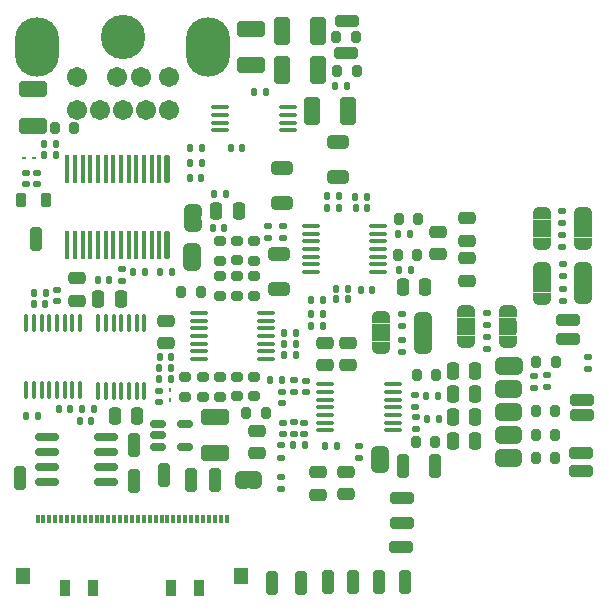
<source format=gbr>
%TF.GenerationSoftware,KiCad,Pcbnew,9.0.0*%
%TF.CreationDate,2025-11-20T17:42:53-08:00*%
%TF.ProjectId,MegaAV_VA1,4d656761-4156-45f5-9641-312e6b696361,rev?*%
%TF.SameCoordinates,Original*%
%TF.FileFunction,Soldermask,Top*%
%TF.FilePolarity,Negative*%
%FSLAX46Y46*%
G04 Gerber Fmt 4.6, Leading zero omitted, Abs format (unit mm)*
G04 Created by KiCad (PCBNEW 9.0.0) date 2025-11-20 17:42:53*
%MOMM*%
%LPD*%
G01*
G04 APERTURE LIST*
G04 Aperture macros list*
%AMRoundRect*
0 Rectangle with rounded corners*
0 $1 Rounding radius*
0 $2 $3 $4 $5 $6 $7 $8 $9 X,Y pos of 4 corners*
0 Add a 4 corners polygon primitive as box body*
4,1,4,$2,$3,$4,$5,$6,$7,$8,$9,$2,$3,0*
0 Add four circle primitives for the rounded corners*
1,1,$1+$1,$2,$3*
1,1,$1+$1,$4,$5*
1,1,$1+$1,$6,$7*
1,1,$1+$1,$8,$9*
0 Add four rect primitives between the rounded corners*
20,1,$1+$1,$2,$3,$4,$5,0*
20,1,$1+$1,$4,$5,$6,$7,0*
20,1,$1+$1,$6,$7,$8,$9,0*
20,1,$1+$1,$8,$9,$2,$3,0*%
%AMFreePoly0*
4,1,23,0.500000,-0.750000,0.000000,-0.750000,0.000000,-0.745722,-0.065263,-0.745722,-0.191342,-0.711940,-0.304381,-0.646677,-0.396677,-0.554381,-0.461940,-0.441342,-0.495722,-0.315263,-0.495722,-0.250000,-0.500000,-0.250000,-0.500000,0.250000,-0.495722,0.250000,-0.495722,0.315263,-0.461940,0.441342,-0.396677,0.554381,-0.304381,0.646677,-0.191342,0.711940,-0.065263,0.745722,0.000000,0.745722,
0.000000,0.750000,0.500000,0.750000,0.500000,-0.750000,0.500000,-0.750000,$1*%
%AMFreePoly1*
4,1,23,0.000000,0.745722,0.065263,0.745722,0.191342,0.711940,0.304381,0.646677,0.396677,0.554381,0.461940,0.441342,0.495722,0.315263,0.495722,0.250000,0.500000,0.250000,0.500000,-0.250000,0.495722,-0.250000,0.495722,-0.315263,0.461940,-0.441342,0.396677,-0.554381,0.304381,-0.646677,0.191342,-0.711940,0.065263,-0.745722,0.000000,-0.745722,0.000000,-0.750000,-0.500000,-0.750000,
-0.500000,0.750000,0.000000,0.750000,0.000000,0.745722,0.000000,0.745722,$1*%
%AMFreePoly2*
4,1,23,0.550000,-0.750000,0.000000,-0.750000,0.000000,-0.745722,-0.065263,-0.745722,-0.191342,-0.711940,-0.304381,-0.646677,-0.396677,-0.554381,-0.461940,-0.441342,-0.495722,-0.315263,-0.495722,-0.250000,-0.500000,-0.250000,-0.500000,0.250000,-0.495722,0.250000,-0.495722,0.315263,-0.461940,0.441342,-0.396677,0.554381,-0.304381,0.646677,-0.191342,0.711940,-0.065263,0.745722,0.000000,0.745722,
0.000000,0.750000,0.550000,0.750000,0.550000,-0.750000,0.550000,-0.750000,$1*%
%AMFreePoly3*
4,1,23,0.000000,0.745722,0.065263,0.745722,0.191342,0.711940,0.304381,0.646677,0.396677,0.554381,0.461940,0.441342,0.495722,0.315263,0.495722,0.250000,0.500000,0.250000,0.500000,-0.250000,0.495722,-0.250000,0.495722,-0.315263,0.461940,-0.441342,0.396677,-0.554381,0.304381,-0.646677,0.191342,-0.711940,0.065263,-0.745722,0.000000,-0.745722,0.000000,-0.750000,-0.550000,-0.750000,
-0.550000,0.750000,0.000000,0.750000,0.000000,0.745722,0.000000,0.745722,$1*%
G04 Aperture macros list end*
%ADD10RoundRect,0.250000X-0.250000X-0.750000X0.250000X-0.750000X0.250000X0.750000X-0.250000X0.750000X0*%
%ADD11RoundRect,0.200000X-0.200000X-0.275000X0.200000X-0.275000X0.200000X0.275000X-0.200000X0.275000X0*%
%ADD12RoundRect,0.140000X0.140000X0.170000X-0.140000X0.170000X-0.140000X-0.170000X0.140000X-0.170000X0*%
%ADD13RoundRect,0.140000X-0.140000X-0.170000X0.140000X-0.170000X0.140000X0.170000X-0.140000X0.170000X0*%
%ADD14FreePoly0,180.000000*%
%ADD15FreePoly1,180.000000*%
%ADD16RoundRect,0.135000X0.185000X-0.135000X0.185000X0.135000X-0.185000X0.135000X-0.185000X-0.135000X0*%
%ADD17RoundRect,0.135000X0.135000X0.185000X-0.135000X0.185000X-0.135000X-0.185000X0.135000X-0.185000X0*%
%ADD18RoundRect,0.135000X-0.135000X-0.185000X0.135000X-0.185000X0.135000X0.185000X-0.135000X0.185000X0*%
%ADD19RoundRect,0.100000X0.637500X0.100000X-0.637500X0.100000X-0.637500X-0.100000X0.637500X-0.100000X0*%
%ADD20RoundRect,0.140000X-0.170000X0.140000X-0.170000X-0.140000X0.170000X-0.140000X0.170000X0.140000X0*%
%ADD21RoundRect,0.200000X0.275000X-0.200000X0.275000X0.200000X-0.275000X0.200000X-0.275000X-0.200000X0*%
%ADD22RoundRect,0.250000X0.475000X-0.250000X0.475000X0.250000X-0.475000X0.250000X-0.475000X-0.250000X0*%
%ADD23RoundRect,0.200000X-0.275000X0.200000X-0.275000X-0.200000X0.275000X-0.200000X0.275000X0.200000X0*%
%ADD24RoundRect,0.200000X0.200000X0.275000X-0.200000X0.275000X-0.200000X-0.275000X0.200000X-0.275000X0*%
%ADD25RoundRect,0.250000X0.750000X-0.250000X0.750000X0.250000X-0.750000X0.250000X-0.750000X-0.250000X0*%
%ADD26FreePoly2,270.000000*%
%ADD27R,1.500000X1.000000*%
%ADD28FreePoly3,270.000000*%
%ADD29FreePoly0,0.000000*%
%ADD30FreePoly1,0.000000*%
%ADD31RoundRect,0.250000X-0.250000X-0.475000X0.250000X-0.475000X0.250000X0.475000X-0.250000X0.475000X0*%
%ADD32RoundRect,0.135000X-0.185000X0.135000X-0.185000X-0.135000X0.185000X-0.135000X0.185000X0.135000X0*%
%ADD33RoundRect,0.218750X0.218750X0.381250X-0.218750X0.381250X-0.218750X-0.381250X0.218750X-0.381250X0*%
%ADD34FreePoly2,90.000000*%
%ADD35FreePoly3,90.000000*%
%ADD36RoundRect,0.140000X0.170000X-0.140000X0.170000X0.140000X-0.170000X0.140000X-0.170000X-0.140000X0*%
%ADD37RoundRect,0.250000X-0.925000X0.412500X-0.925000X-0.412500X0.925000X-0.412500X0.925000X0.412500X0*%
%ADD38RoundRect,0.106250X-0.106250X1.118750X-0.106250X-1.118750X0.106250X-1.118750X0.106250X1.118750X0*%
%ADD39RoundRect,0.100000X-0.100000X1.125000X-0.100000X-1.125000X0.100000X-1.125000X0.100000X1.125000X0*%
%ADD40RoundRect,0.250000X0.250000X0.475000X-0.250000X0.475000X-0.250000X-0.475000X0.250000X-0.475000X0*%
%ADD41RoundRect,0.100000X-0.637500X-0.100000X0.637500X-0.100000X0.637500X0.100000X-0.637500X0.100000X0*%
%ADD42FreePoly0,90.000000*%
%ADD43FreePoly1,90.000000*%
%ADD44RoundRect,0.250000X0.925000X-0.412500X0.925000X0.412500X-0.925000X0.412500X-0.925000X-0.412500X0*%
%ADD45FreePoly0,270.000000*%
%ADD46FreePoly1,270.000000*%
%ADD47RoundRect,0.250000X-0.412500X-0.925000X0.412500X-0.925000X0.412500X0.925000X-0.412500X0.925000X0*%
%ADD48RoundRect,0.250000X0.650000X-0.325000X0.650000X0.325000X-0.650000X0.325000X-0.650000X-0.325000X0*%
%ADD49RoundRect,0.150000X-0.512500X-0.150000X0.512500X-0.150000X0.512500X0.150000X-0.512500X0.150000X0*%
%ADD50RoundRect,0.250000X-0.475000X0.250000X-0.475000X-0.250000X0.475000X-0.250000X0.475000X0.250000X0*%
%ADD51R,0.300000X0.800000*%
%ADD52R,1.220000X1.400000*%
%ADD53R,0.850000X1.400000*%
%ADD54RoundRect,0.100000X0.100000X-0.637500X0.100000X0.637500X-0.100000X0.637500X-0.100000X-0.637500X0*%
%ADD55RoundRect,0.062500X0.117500X0.062500X-0.117500X0.062500X-0.117500X-0.062500X0.117500X-0.062500X0*%
%ADD56C,1.711200*%
%ADD57O,3.759200X5.029200*%
%ADD58C,3.759200*%
%ADD59RoundRect,0.150000X0.825000X0.150000X-0.825000X0.150000X-0.825000X-0.150000X0.825000X-0.150000X0*%
%ADD60RoundRect,0.062500X-0.062500X0.117500X-0.062500X-0.117500X0.062500X-0.117500X0.062500X0.117500X0*%
G04 APERTURE END LIST*
%TO.C,PSGPD2*%
G36*
X211725000Y-131000000D02*
G01*
X211425000Y-131000000D01*
X211425000Y-129500000D01*
X211725000Y-129500000D01*
X211725000Y-131000000D01*
G37*
%TO.C,HPL_RES2*%
G36*
X218625000Y-112000000D02*
G01*
X217125000Y-112000000D01*
X217125000Y-113500000D01*
X218625000Y-113500000D01*
X218625000Y-112000000D01*
G37*
%TO.C,MD1_PU1*%
G36*
X189419752Y-133272554D02*
G01*
X189719752Y-133272554D01*
X189719752Y-134772554D01*
X189419752Y-134772554D01*
X189419752Y-133272554D01*
G37*
%TO.C,FML_1*%
G36*
X200025000Y-122325000D02*
G01*
X201525000Y-122325000D01*
X201525000Y-120825000D01*
X200025000Y-120825000D01*
X200025000Y-122325000D01*
G37*
%TO.C,HPR_RES1*%
G36*
X215175000Y-116660000D02*
G01*
X213675000Y-116660000D01*
X213675000Y-118160000D01*
X215175000Y-118160000D01*
X215175000Y-116660000D01*
G37*
%TO.C,LPF1*%
G36*
X184041350Y-115320105D02*
G01*
X185541350Y-115320105D01*
X185541350Y-115020105D01*
X184041350Y-115020105D01*
X184041350Y-115320105D01*
G37*
%TO.C,PSGPD4*%
G36*
X201420000Y-132160000D02*
G01*
X199920000Y-132160000D01*
X199920000Y-132460000D01*
X201420000Y-132460000D01*
X201420000Y-132160000D01*
G37*
%TO.C,PSGPD3*%
G36*
X211725000Y-129075000D02*
G01*
X211425000Y-129075000D01*
X211425000Y-127575000D01*
X211725000Y-127575000D01*
X211725000Y-129075000D01*
G37*
%TO.C,32XPD2*%
G36*
X211775000Y-125175000D02*
G01*
X211475000Y-125175000D01*
X211475000Y-123675000D01*
X211775000Y-123675000D01*
X211775000Y-125175000D01*
G37*
%TO.C,HPL_RES1*%
G36*
X215175000Y-112025000D02*
G01*
X213675000Y-112025000D01*
X213675000Y-113525000D01*
X215175000Y-113525000D01*
X215175000Y-112025000D01*
G37*
%TO.C,FMR_1*%
G36*
X210750000Y-121825000D02*
G01*
X212250000Y-121825000D01*
X212250000Y-120325000D01*
X210750000Y-120325000D01*
X210750000Y-121825000D01*
G37*
%TO.C,FMR_2*%
G36*
X207200000Y-121825000D02*
G01*
X208700000Y-121825000D01*
X208700000Y-120325000D01*
X207200000Y-120325000D01*
X207200000Y-121825000D01*
G37*
%TO.C,32XPD1*%
G36*
X211725000Y-132950000D02*
G01*
X211425000Y-132950000D01*
X211425000Y-131450000D01*
X211725000Y-131450000D01*
X211725000Y-132950000D01*
G37*
%TO.C,HPR_RES2*%
G36*
X218625000Y-116635000D02*
G01*
X217125000Y-116635000D01*
X217125000Y-118135000D01*
X218625000Y-118135000D01*
X218625000Y-116635000D01*
G37*
%TO.C,PSGPD1*%
G36*
X211750000Y-127125000D02*
G01*
X211450000Y-127125000D01*
X211450000Y-125625000D01*
X211750000Y-125625000D01*
X211750000Y-127125000D01*
G37*
%TO.C,FML_2*%
G36*
X203600000Y-122375000D02*
G01*
X205100000Y-122375000D01*
X205100000Y-120875000D01*
X203600000Y-120875000D01*
X203600000Y-122375000D01*
G37*
%TO.C,SA1*%
G36*
X184079833Y-112029200D02*
G01*
X185579833Y-112029200D01*
X185579833Y-111729200D01*
X184079833Y-111729200D01*
X184079833Y-112029200D01*
G37*
%TD*%
D10*
%TO.C,REGION*%
X171602004Y-113618487D03*
%TD*%
D11*
%TO.C,R56*%
X196994696Y-96539750D03*
X198644696Y-96539750D03*
%TD*%
D12*
%TO.C,C39*%
X187485813Y-112715431D03*
X186525813Y-112715431D03*
%TD*%
D13*
%TO.C,C8*%
X176830000Y-117110000D03*
X177790000Y-117110000D03*
%TD*%
D14*
%TO.C,PSGPD2*%
X212225000Y-130250000D03*
D15*
X210925000Y-130250000D03*
%TD*%
D10*
%TO.C,B_IN1*%
X182381242Y-133628613D03*
%TD*%
D16*
%TO.C,R21*%
X209725000Y-122970000D03*
X209725000Y-121950000D03*
%TD*%
D17*
%TO.C,R72*%
X187654016Y-109827898D03*
X186634016Y-109827898D03*
%TD*%
D13*
%TO.C,C31*%
X188070000Y-105925000D03*
X189030000Y-105925000D03*
%TD*%
D17*
%TO.C,R40*%
X203353910Y-116269479D03*
X202333910Y-116269479D03*
%TD*%
D10*
%TO.C,S_IN1*%
X170250000Y-133900000D03*
%TD*%
D12*
%TO.C,C17*%
X193567500Y-122530000D03*
X192607500Y-122530000D03*
%TD*%
D18*
%TO.C,R46*%
X198585000Y-110075000D03*
X199605000Y-110075000D03*
%TD*%
D19*
%TO.C,U7*%
X200537500Y-116450000D03*
X200537500Y-115800000D03*
X200537500Y-115150000D03*
X200537500Y-114500000D03*
X200537500Y-113850000D03*
X200537500Y-113200000D03*
X200537500Y-112550000D03*
X194812500Y-112550000D03*
X194812500Y-113200000D03*
X194812500Y-113850000D03*
X194812500Y-114500000D03*
X194812500Y-115150000D03*
X194812500Y-115800000D03*
X194812500Y-116450000D03*
%TD*%
D10*
%TO.C,G_IN1*%
X184724110Y-134073698D03*
%TD*%
D20*
%TO.C,C11*%
X192450000Y-129195000D03*
X192450000Y-130155000D03*
%TD*%
D21*
%TO.C,R13*%
X184212343Y-126993911D03*
X184212343Y-125343911D03*
%TD*%
D10*
%TO.C,CD_L1*%
X200620000Y-142700000D03*
%TD*%
%TO.C,CLK_IN1*%
X179862995Y-134148552D03*
%TD*%
D22*
%TO.C,C26*%
X205600662Y-114961633D03*
X205600662Y-113061633D03*
%TD*%
D16*
%TO.C,R63*%
X216145000Y-112275000D03*
X216145000Y-111255000D03*
%TD*%
D23*
%TO.C,R37*%
X188581609Y-116814454D03*
X188581609Y-118464454D03*
%TD*%
D24*
%TO.C,R26*%
X205443559Y-125141974D03*
X203793559Y-125141974D03*
%TD*%
D25*
%TO.C,SR3*%
X216650000Y-122125000D03*
%TD*%
D26*
%TO.C,HPL_RES2*%
X217875000Y-111450000D03*
D27*
X217875000Y-112750000D03*
D28*
X217875000Y-114050000D03*
%TD*%
D29*
%TO.C,MD1_PU1*%
X188919752Y-134022554D03*
D30*
X190219752Y-134022554D03*
%TD*%
D31*
%TO.C,C10*%
X176830000Y-118700000D03*
X178730000Y-118700000D03*
%TD*%
D32*
%TO.C,R32*%
X203740459Y-128700114D03*
X203740459Y-129720114D03*
%TD*%
D13*
%TO.C,C36*%
X198645000Y-111025000D03*
X199605000Y-111025000D03*
%TD*%
D33*
%TO.C,L1*%
X172432500Y-110332275D03*
X170307500Y-110332275D03*
%TD*%
D16*
%TO.C,R18*%
X192281530Y-132157988D03*
X192281530Y-131137988D03*
%TD*%
D25*
%TO.C,CHROMA1*%
X197845270Y-97905149D03*
%TD*%
D34*
%TO.C,FML_1*%
X200775000Y-122875000D03*
D27*
X200775000Y-121575000D03*
D35*
X200775000Y-120275000D03*
%TD*%
D10*
%TO.C,GND2*%
X179858948Y-131075199D03*
%TD*%
D16*
%TO.C,R7*%
X193400000Y-126625000D03*
X193400000Y-125605000D03*
%TD*%
D17*
%TO.C,R27*%
X205610000Y-126925000D03*
X204590000Y-126925000D03*
%TD*%
D36*
%TO.C,C5*%
X182015964Y-127450167D03*
X182015964Y-126490167D03*
%TD*%
D25*
%TO.C,FM_R1*%
X202540000Y-137660000D03*
%TD*%
D22*
%TO.C,C4*%
X195460000Y-135290000D03*
X195460000Y-133390000D03*
%TD*%
D25*
%TO.C,HPL_SL2*%
X217825491Y-127271000D03*
%TD*%
D17*
%TO.C,R20*%
X183013131Y-124599024D03*
X181993131Y-124599024D03*
%TD*%
D11*
%TO.C,R15*%
X213872873Y-132177633D03*
X215522873Y-132177633D03*
%TD*%
D10*
%TO.C,HP_L1*%
X202675000Y-132875000D03*
%TD*%
D11*
%TO.C,R57*%
X197060751Y-99413531D03*
X198710751Y-99413531D03*
%TD*%
D26*
%TO.C,HPR_RES1*%
X214425000Y-116110000D03*
D27*
X214425000Y-117410000D03*
D28*
X214425000Y-118710000D03*
%TD*%
D12*
%TO.C,C18*%
X193567500Y-121610000D03*
X192607500Y-121610000D03*
%TD*%
D10*
%TO.C,HP_R1*%
X205325000Y-132865000D03*
%TD*%
D37*
%TO.C,C56*%
X186764264Y-128685429D03*
X186764264Y-131760429D03*
%TD*%
D23*
%TO.C,R38*%
X187116822Y-116799507D03*
X187116822Y-118449507D03*
%TD*%
D13*
%TO.C,C37*%
X199090000Y-117975000D03*
X200050000Y-117975000D03*
%TD*%
D38*
%TO.C,U8*%
X182662500Y-107755000D03*
D39*
X182025000Y-107755000D03*
X181375000Y-107755000D03*
X180725000Y-107755000D03*
X180075000Y-107755000D03*
X179425000Y-107755000D03*
X178775000Y-107755000D03*
X178125000Y-107755000D03*
X177475000Y-107755000D03*
X176825000Y-107755000D03*
X176175000Y-107755000D03*
X175525000Y-107755000D03*
X174875000Y-107755000D03*
X174225000Y-107755000D03*
X174225000Y-114205000D03*
X174875000Y-114205000D03*
X175525000Y-114205000D03*
X176175000Y-114205000D03*
X176825000Y-114205000D03*
X177475000Y-114205000D03*
X178125000Y-114205000D03*
X178775000Y-114205000D03*
X179425000Y-114205000D03*
X180075000Y-114205000D03*
X180725000Y-114205000D03*
X181375000Y-114205000D03*
X182025000Y-114205000D03*
D38*
X182662500Y-114205000D03*
%TD*%
D16*
%TO.C,R30*%
X213773039Y-126234349D03*
X213773039Y-125214349D03*
%TD*%
D17*
%TO.C,R41*%
X203235000Y-113200000D03*
X202215000Y-113200000D03*
%TD*%
D18*
%TO.C,R68*%
X172250000Y-105620000D03*
X173270000Y-105620000D03*
%TD*%
D17*
%TO.C,R48*%
X195885000Y-118800000D03*
X194865000Y-118800000D03*
%TD*%
D22*
%TO.C,C15*%
X198025000Y-124325000D03*
X198025000Y-122425000D03*
%TD*%
D40*
%TO.C,C38*%
X188751676Y-111277738D03*
X186851676Y-111277738D03*
%TD*%
D32*
%TO.C,R23*%
X202600000Y-122230000D03*
X202600000Y-123250000D03*
%TD*%
D10*
%TO.C,32X_L1*%
X196280000Y-142730000D03*
%TD*%
D41*
%TO.C,U3*%
X196057500Y-125950000D03*
X196057500Y-126600000D03*
X196057500Y-127250000D03*
X196057500Y-127900000D03*
X196057500Y-128550000D03*
X196057500Y-129200000D03*
X196057500Y-129850000D03*
X201782500Y-129850000D03*
X201782500Y-129200000D03*
X201782500Y-128550000D03*
X201782500Y-127900000D03*
X201782500Y-127250000D03*
X201782500Y-126600000D03*
X201782500Y-125950000D03*
%TD*%
D18*
%TO.C,R69*%
X182100000Y-116440000D03*
X183120000Y-116440000D03*
%TD*%
D42*
%TO.C,LPF1*%
X184791350Y-115820105D03*
D43*
X184791350Y-114520105D03*
%TD*%
D21*
%TO.C,R14*%
X190054393Y-126951459D03*
X190054393Y-125301459D03*
%TD*%
D16*
%TO.C,R31*%
X203649079Y-127849561D03*
X203649079Y-126829561D03*
%TD*%
D32*
%TO.C,R22*%
X209750000Y-119925000D03*
X209750000Y-120945000D03*
%TD*%
D24*
%TO.C,R35*%
X185511639Y-118163918D03*
X183861639Y-118163918D03*
%TD*%
D25*
%TO.C,SL3*%
X216650000Y-120475000D03*
%TD*%
%TO.C,HPL_SL1*%
X217832965Y-128540707D03*
%TD*%
D16*
%TO.C,R25*%
X198935017Y-132160071D03*
X198935017Y-131140071D03*
%TD*%
D44*
%TO.C,C48*%
X171275000Y-104062500D03*
X171275000Y-100987500D03*
%TD*%
D12*
%TO.C,C32*%
X185570000Y-108520000D03*
X184610000Y-108520000D03*
%TD*%
D10*
%TO.C,R_IN1*%
X186729530Y-134029302D03*
%TD*%
D45*
%TO.C,PSGPD4*%
X200670000Y-131660000D03*
D46*
X200670000Y-132960000D03*
%TD*%
D47*
%TO.C,C47*%
X192396688Y-99338485D03*
X195471688Y-99338485D03*
%TD*%
D32*
%TO.C,R61*%
X214845472Y-125203078D03*
X214845472Y-126223078D03*
%TD*%
D16*
%TO.C,R71*%
X178860000Y-117250000D03*
X178860000Y-116230000D03*
%TD*%
D20*
%TO.C,C49*%
X171640000Y-108080000D03*
X171640000Y-109040000D03*
%TD*%
D18*
%TO.C,R2*%
X171410000Y-118190000D03*
X172430000Y-118190000D03*
%TD*%
D11*
%TO.C,R17*%
X213938265Y-124046570D03*
X215588265Y-124046570D03*
%TD*%
D25*
%TO.C,HPR_SL2*%
X217724912Y-131807118D03*
%TD*%
D48*
%TO.C,C44*%
X197150000Y-108375000D03*
X197150000Y-105425000D03*
%TD*%
D49*
%TO.C,U9*%
X181923297Y-129331303D03*
X181923297Y-130281303D03*
X181923297Y-131231303D03*
X184198297Y-131231303D03*
X184198297Y-129331303D03*
%TD*%
D18*
%TO.C,R1*%
X181988149Y-125548147D03*
X183008149Y-125548147D03*
%TD*%
D16*
%TO.C,R19*%
X192320000Y-134820000D03*
X192320000Y-133800000D03*
%TD*%
D47*
%TO.C,C46*%
X192357453Y-96035241D03*
X195432453Y-96035241D03*
%TD*%
D12*
%TO.C,C6*%
X172370000Y-119180000D03*
X171410000Y-119180000D03*
%TD*%
D13*
%TO.C,C23*%
X175273296Y-129064208D03*
X176233296Y-129064208D03*
%TD*%
D24*
%TO.C,R39*%
X203839864Y-115025157D03*
X202189864Y-115025157D03*
%TD*%
D10*
%TO.C,GND1*%
X193970000Y-142820000D03*
%TD*%
%TO.C,5V1*%
X191510000Y-142820000D03*
%TD*%
D21*
%TO.C,R43*%
X190067882Y-115483500D03*
X190067882Y-113833500D03*
%TD*%
D12*
%TO.C,C28*%
X183001815Y-123674191D03*
X182041815Y-123674191D03*
%TD*%
D14*
%TO.C,PSGPD3*%
X212225000Y-128325000D03*
D15*
X210925000Y-128325000D03*
%TD*%
D17*
%TO.C,R55*%
X197260000Y-110050000D03*
X196240000Y-110050000D03*
%TD*%
D14*
%TO.C,32XPD2*%
X212275000Y-124425000D03*
D15*
X210975000Y-124425000D03*
%TD*%
D17*
%TO.C,R28*%
X205660000Y-128875000D03*
X204640000Y-128875000D03*
%TD*%
D21*
%TO.C,R9*%
X185677130Y-126993911D03*
X185677130Y-125343911D03*
%TD*%
D12*
%TO.C,C34*%
X185605000Y-105975000D03*
X184645000Y-105975000D03*
%TD*%
D25*
%TO.C,LUMA1*%
X197910039Y-95181405D03*
%TD*%
D22*
%TO.C,C14*%
X196050000Y-124325000D03*
X196050000Y-122425000D03*
%TD*%
D19*
%TO.C,U6*%
X192887500Y-104450000D03*
X192887500Y-103800000D03*
X192887500Y-103150000D03*
X192887500Y-102500000D03*
X187162500Y-102500000D03*
X187162500Y-103150000D03*
X187162500Y-103800000D03*
X187162500Y-104450000D03*
%TD*%
D16*
%TO.C,R65*%
X216150000Y-116795000D03*
X216150000Y-115775000D03*
%TD*%
D18*
%TO.C,R49*%
X196240000Y-111050000D03*
X197260000Y-111050000D03*
%TD*%
D36*
%TO.C,C50*%
X170710000Y-109040000D03*
X170710000Y-108080000D03*
%TD*%
D20*
%TO.C,C12*%
X194425000Y-125640000D03*
X194425000Y-126600000D03*
%TD*%
D22*
%TO.C,C27*%
X208050662Y-113786633D03*
X208050662Y-111886633D03*
%TD*%
D17*
%TO.C,R3*%
X176480000Y-128040000D03*
X175460000Y-128040000D03*
%TD*%
D24*
%TO.C,R29*%
X205364253Y-130878458D03*
X203714253Y-130878458D03*
%TD*%
D48*
%TO.C,C43*%
X192400000Y-110625000D03*
X192400000Y-107675000D03*
%TD*%
D22*
%TO.C,C24*%
X208050662Y-117186633D03*
X208050662Y-115286633D03*
%TD*%
D10*
%TO.C,CD_R1*%
X202790000Y-142700000D03*
%TD*%
D36*
%TO.C,C13*%
X194300000Y-130175000D03*
X194300000Y-129215000D03*
%TD*%
D22*
%TO.C,C1*%
X175050000Y-118900000D03*
X175050000Y-117000000D03*
%TD*%
D47*
%TO.C,C45*%
X194937500Y-102800000D03*
X198012500Y-102800000D03*
%TD*%
D18*
%TO.C,R6*%
X170760000Y-128680000D03*
X171780000Y-128680000D03*
%TD*%
D32*
%TO.C,R8*%
X193375000Y-129180000D03*
X193375000Y-130200000D03*
%TD*%
D40*
%TO.C,C55*%
X180136731Y-128643255D03*
X178236731Y-128643255D03*
%TD*%
D21*
%TO.C,R44*%
X188603095Y-115476027D03*
X188603095Y-113826027D03*
%TD*%
D17*
%TO.C,R4*%
X192371088Y-125597715D03*
X191351088Y-125597715D03*
%TD*%
D26*
%TO.C,HPL_RES1*%
X214425000Y-111475000D03*
D27*
X214425000Y-112775000D03*
D28*
X214425000Y-114075000D03*
%TD*%
D40*
%TO.C,C19*%
X208750000Y-124800000D03*
X206850000Y-124800000D03*
%TD*%
D50*
%TO.C,C29*%
X182544235Y-120571850D03*
X182544235Y-122471850D03*
%TD*%
D11*
%TO.C,R33*%
X213895293Y-130215865D03*
X215545293Y-130215865D03*
%TD*%
D34*
%TO.C,FMR_1*%
X211500000Y-122375000D03*
D27*
X211500000Y-121075000D03*
D35*
X211500000Y-119775000D03*
%TD*%
D22*
%TO.C,C54*%
X190264255Y-131776439D03*
X190264255Y-129876439D03*
%TD*%
D18*
%TO.C,R66*%
X196871919Y-100674356D03*
X197891919Y-100674356D03*
%TD*%
D40*
%TO.C,C21*%
X208750000Y-128750000D03*
X206850000Y-128750000D03*
%TD*%
D25*
%TO.C,HPR_SL1*%
X217729895Y-133270659D03*
%TD*%
D34*
%TO.C,FMR_2*%
X207950000Y-122375000D03*
D27*
X207950000Y-121075000D03*
D35*
X207950000Y-119775000D03*
%TD*%
D17*
%TO.C,R70*%
X180820000Y-116440000D03*
X179800000Y-116440000D03*
%TD*%
D40*
%TO.C,C22*%
X208750000Y-130725000D03*
X206850000Y-130725000D03*
%TD*%
D48*
%TO.C,C42*%
X192175000Y-117900000D03*
X192175000Y-114950000D03*
%TD*%
D18*
%TO.C,R47*%
X196940000Y-118775000D03*
X197960000Y-118775000D03*
%TD*%
D40*
%TO.C,C20*%
X208750000Y-126775000D03*
X206850000Y-126775000D03*
%TD*%
D17*
%TO.C,R16*%
X195910807Y-121043428D03*
X194890807Y-121043428D03*
%TD*%
D14*
%TO.C,32XPD1*%
X212225000Y-132200000D03*
D15*
X210925000Y-132200000D03*
%TD*%
D13*
%TO.C,C7*%
X173530000Y-128050000D03*
X174490000Y-128050000D03*
%TD*%
%TO.C,C35*%
X196995000Y-117850000D03*
X197955000Y-117850000D03*
%TD*%
D51*
%TO.C,Z1*%
X171700000Y-137360000D03*
X172200000Y-137360000D03*
X172700000Y-137360000D03*
X173200000Y-137360000D03*
X173700000Y-137360000D03*
X174200000Y-137360000D03*
X174700000Y-137360000D03*
X175200000Y-137360000D03*
X175700000Y-137360000D03*
X176200000Y-137360000D03*
X176700000Y-137360000D03*
X177200000Y-137360000D03*
X177700000Y-137360000D03*
X178200000Y-137360000D03*
X178700000Y-137360000D03*
X179200000Y-137360000D03*
X179700000Y-137360000D03*
X180200000Y-137360000D03*
X180700000Y-137360000D03*
X181200000Y-137360000D03*
X181700000Y-137360000D03*
X182200000Y-137360000D03*
X182700000Y-137360000D03*
X183200000Y-137360000D03*
X183700000Y-137360000D03*
X184200000Y-137360000D03*
X184700000Y-137360000D03*
X185200000Y-137360000D03*
X185700000Y-137360000D03*
X186200000Y-137360000D03*
X186700000Y-137360000D03*
X187200000Y-137360000D03*
X187700000Y-137360000D03*
D52*
X170460000Y-142210000D03*
D53*
X174025000Y-143220000D03*
X176375000Y-143220000D03*
X183025000Y-143220000D03*
X185375000Y-143220000D03*
D52*
X188940000Y-142210000D03*
%TD*%
D22*
%TO.C,C3*%
X197830000Y-135280000D03*
X197830000Y-133380000D03*
%TD*%
D25*
%TO.C,FM_L1*%
X202510000Y-139750000D03*
%TD*%
D18*
%TO.C,R5*%
X193315000Y-131100000D03*
X194335000Y-131100000D03*
%TD*%
D54*
%TO.C,U1*%
X176835000Y-126497500D03*
X177485000Y-126497500D03*
X178135000Y-126497500D03*
X178785000Y-126497500D03*
X179435000Y-126497500D03*
X180085000Y-126497500D03*
X180735000Y-126497500D03*
X180735000Y-120772500D03*
X180085000Y-120772500D03*
X179435000Y-120772500D03*
X178785000Y-120772500D03*
X178135000Y-120772500D03*
X177485000Y-120772500D03*
X176835000Y-120772500D03*
%TD*%
D18*
%TO.C,R59*%
X172262088Y-106570501D03*
X173282088Y-106570501D03*
%TD*%
D21*
%TO.C,R10*%
X187134444Y-126993911D03*
X187134444Y-125343911D03*
%TD*%
D55*
%TO.C,D2*%
X170540000Y-106840000D03*
X171380000Y-106840000D03*
%TD*%
D32*
%TO.C,R60*%
X218341897Y-123638145D03*
X218341897Y-124658145D03*
%TD*%
D11*
%TO.C,R34*%
X213899030Y-128257158D03*
X215549030Y-128257158D03*
%TD*%
D16*
%TO.C,R54*%
X191250000Y-113560000D03*
X191250000Y-112540000D03*
%TD*%
D26*
%TO.C,HPR_RES2*%
X217875000Y-116085000D03*
D27*
X217875000Y-117385000D03*
D28*
X217875000Y-118685000D03*
%TD*%
D12*
%TO.C,C16*%
X193567500Y-123450000D03*
X192607500Y-123450000D03*
%TD*%
D18*
%TO.C,R67*%
X190016939Y-101197495D03*
X191036939Y-101197495D03*
%TD*%
D16*
%TO.C,R62*%
X216145000Y-114305000D03*
X216145000Y-113285000D03*
%TD*%
D11*
%TO.C,R58*%
X173175000Y-104275000D03*
X174825000Y-104275000D03*
%TD*%
D13*
%TO.C,C30*%
X196070000Y-131150000D03*
X197030000Y-131150000D03*
%TD*%
D54*
%TO.C,U2*%
X170760000Y-126480000D03*
X171410000Y-126480000D03*
X172060000Y-126480000D03*
X172710000Y-126480000D03*
X173360000Y-126480000D03*
X174010000Y-126480000D03*
X174660000Y-126480000D03*
X175310000Y-126480000D03*
X175310000Y-120755000D03*
X174660000Y-120755000D03*
X174010000Y-120755000D03*
X173360000Y-120755000D03*
X172710000Y-120755000D03*
X172060000Y-120755000D03*
X171410000Y-120755000D03*
X170760000Y-120755000D03*
%TD*%
D31*
%TO.C,C25*%
X202622567Y-117738003D03*
X204522567Y-117738003D03*
%TD*%
D19*
%TO.C,U4*%
X191070000Y-123830000D03*
X191070000Y-123180000D03*
X191070000Y-122530000D03*
X191070000Y-121880000D03*
X191070000Y-121230000D03*
X191070000Y-120580000D03*
X191070000Y-119930000D03*
X185345000Y-119930000D03*
X185345000Y-120580000D03*
X185345000Y-121230000D03*
X185345000Y-121880000D03*
X185345000Y-122530000D03*
X185345000Y-123180000D03*
X185345000Y-123830000D03*
%TD*%
D16*
%TO.C,R52*%
X192500000Y-113550000D03*
X192500000Y-112530000D03*
%TD*%
D11*
%TO.C,R12*%
X189382413Y-128363756D03*
X191032413Y-128363756D03*
%TD*%
D21*
%TO.C,R11*%
X188600816Y-126987580D03*
X188600816Y-125337580D03*
%TD*%
D36*
%TO.C,C2*%
X173350000Y-118900000D03*
X173350000Y-117940000D03*
%TD*%
D10*
%TO.C,32X_R1*%
X198440000Y-142720000D03*
%TD*%
D32*
%TO.C,R24*%
X202575000Y-119980000D03*
X202575000Y-121000000D03*
%TD*%
D20*
%TO.C,C9*%
X192400000Y-126620000D03*
X192400000Y-127580000D03*
%TD*%
D17*
%TO.C,R53*%
X195885000Y-119975000D03*
X194865000Y-119975000D03*
%TD*%
D56*
%TO.C,CN1*%
X180453000Y-99929200D03*
X178421000Y-99929200D03*
X182840600Y-99929200D03*
X180884800Y-102723200D03*
X178929000Y-102723200D03*
X175017400Y-99929200D03*
X182840600Y-102723200D03*
X176973200Y-102723200D03*
X175017400Y-102723200D03*
D57*
X171690000Y-97440000D03*
D58*
X178929000Y-96551000D03*
D57*
X186168000Y-97440000D03*
%TD*%
D16*
%TO.C,R64*%
X216150000Y-118895000D03*
X216150000Y-117875000D03*
%TD*%
D12*
%TO.C,C33*%
X185590000Y-107230000D03*
X184630000Y-107230000D03*
%TD*%
D14*
%TO.C,PSGPD1*%
X212250000Y-126375000D03*
D15*
X210950000Y-126375000D03*
%TD*%
D59*
%TO.C,U5*%
X177468296Y-134214208D03*
X177468296Y-132944208D03*
X177468296Y-131674208D03*
X177468296Y-130404208D03*
X172518296Y-130404208D03*
X172518296Y-131674208D03*
X172518296Y-132944208D03*
X172518296Y-134214208D03*
%TD*%
D24*
%TO.C,R42*%
X203936084Y-111946738D03*
X202286084Y-111946738D03*
%TD*%
D44*
%TO.C,C41*%
X189775000Y-98962500D03*
X189775000Y-95887500D03*
%TD*%
D60*
%TO.C,D1*%
X182925228Y-127280557D03*
X182925228Y-126440557D03*
%TD*%
D23*
%TO.C,R36*%
X190046396Y-116806981D03*
X190046396Y-118456981D03*
%TD*%
D25*
%TO.C,P1*%
X202530000Y-135610000D03*
%TD*%
D34*
%TO.C,FML_2*%
X204350000Y-122925000D03*
D27*
X204350000Y-121625000D03*
D35*
X204350000Y-120325000D03*
%TD*%
D21*
%TO.C,R45*%
X187145781Y-115498447D03*
X187145781Y-113848447D03*
%TD*%
D42*
%TO.C,SA1*%
X184829833Y-112529200D03*
D43*
X184829833Y-111229200D03*
%TD*%
M02*

</source>
